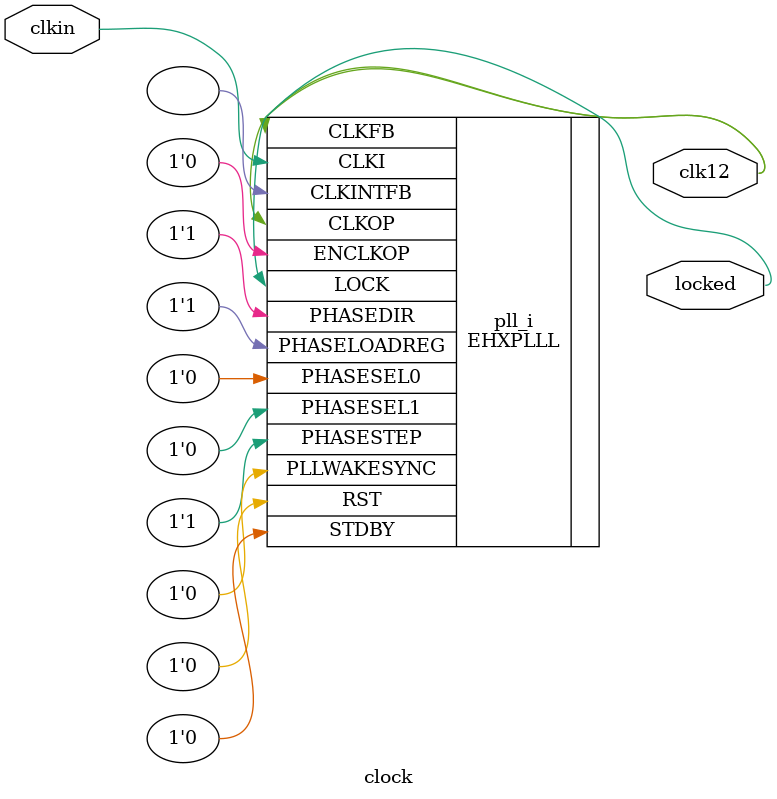
<source format=v>

module clock
(
    input clkin, // 48 MHz, 0 deg
    output clk12, // 12 MHz, 0 deg
    output locked
);

(* FREQUENCY_PIN_CLKI="48" *)
(* FREQUENCY_PIN_CLKOP="12" *)
(* ICP_CURRENT="12" *) (* LPF_RESISTOR="8" *) (* MFG_ENABLE_FILTEROPAMP="1" *) (* MFG_GMCREF_SEL="2" *)
EHXPLLL #(
        .PLLRST_ENA("DISABLED"),
        .INTFB_WAKE("DISABLED"),
        .STDBY_ENABLE("DISABLED"),
        .DPHASE_SOURCE("DISABLED"),
        .OUTDIVIDER_MUXA("DIVA"),
        .OUTDIVIDER_MUXB("DIVB"),
        .OUTDIVIDER_MUXC("DIVC"),
        .OUTDIVIDER_MUXD("DIVD"),
        .CLKI_DIV(4),
        .CLKOP_ENABLE("ENABLED"),
        .CLKOP_DIV(50),
        .CLKOP_CPHASE(24),
        .CLKOP_FPHASE(0),
        .FEEDBK_PATH("CLKOP"),
        .CLKFB_DIV(1)
    ) pll_i (
        .RST(1'b0),
        .STDBY(1'b0),
        .CLKI(clkin),
        .CLKOP(clk12),
        .CLKFB(clk12),
        .CLKINTFB(),
        .PHASESEL0(1'b0),
        .PHASESEL1(1'b0),
        .PHASEDIR(1'b1),
        .PHASESTEP(1'b1),
        .PHASELOADREG(1'b1),
        .PLLWAKESYNC(1'b0),
        .ENCLKOP(1'b0),
        .LOCK(locked)
	);
endmodule

</source>
